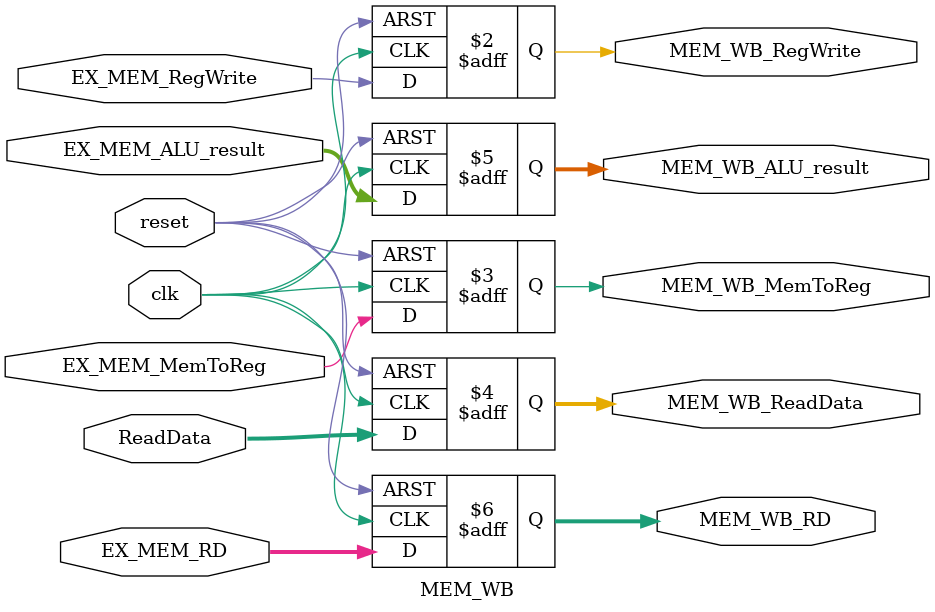
<source format=v>
`timescale 1ns / 1ps


module MEM_WB(
input clk, reset,
    // Control signals from EX/MEM stage
    input EX_MEM_RegWrite, EX_MEM_MemToReg,
    // Data values from memory stage
    input [63:0] ReadData, EX_MEM_ALU_result,
    // Destination register
    input [4:0] EX_MEM_RD,
    
    // Control signals passed to Writeback stage
    output reg MEM_WB_RegWrite, MEM_WB_MemToReg,
    // Data values passed to Writeback stage
    output reg [63:0] MEM_WB_ReadData, MEM_WB_ALU_result,
    // Destination register passed to Writeback stage
    output reg [4:0] MEM_WB_RD
);

    always @(posedge clk or posedge reset) begin
        if (reset) begin
            // Reset all outputs to default values
            MEM_WB_RegWrite <= 0;
            MEM_WB_MemToReg <= 0;
            
            MEM_WB_ReadData <= 64'b0;
            MEM_WB_ALU_result <= 64'b0;
            
            MEM_WB_RD <= 5'b0;
        end
        else begin
            // Pass input values to outputs (pipeline register functionality)
            MEM_WB_RegWrite <= EX_MEM_RegWrite;
            MEM_WB_MemToReg <= EX_MEM_MemToReg;
            
            MEM_WB_ReadData <= ReadData;
            MEM_WB_ALU_result <= EX_MEM_ALU_result;
            
            MEM_WB_RD <= EX_MEM_RD;
        end
    end
endmodule

</source>
